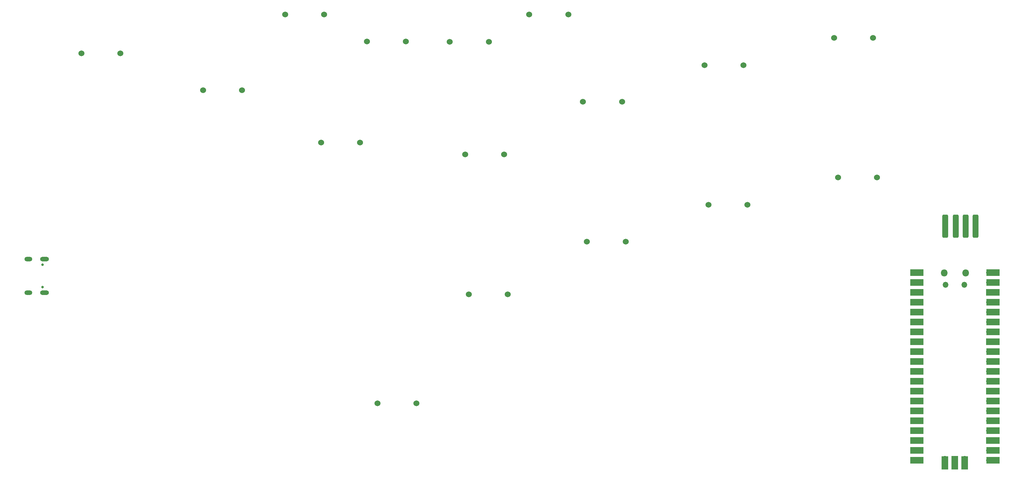
<source format=gbr>
%TF.GenerationSoftware,KiCad,Pcbnew,8.0.8*%
%TF.CreationDate,2025-02-16T17:42:49-08:00*%
%TF.ProjectId,MainBoard_RP2040,4d61696e-426f-4617-9264-5f5250323034,rev?*%
%TF.SameCoordinates,Original*%
%TF.FileFunction,Soldermask,Top*%
%TF.FilePolarity,Negative*%
%FSLAX46Y46*%
G04 Gerber Fmt 4.6, Leading zero omitted, Abs format (unit mm)*
G04 Created by KiCad (PCBNEW 8.0.8) date 2025-02-16 17:42:49*
%MOMM*%
%LPD*%
G01*
G04 APERTURE LIST*
G04 Aperture macros list*
%AMRoundRect*
0 Rectangle with rounded corners*
0 $1 Rounding radius*
0 $2 $3 $4 $5 $6 $7 $8 $9 X,Y pos of 4 corners*
0 Add a 4 corners polygon primitive as box body*
4,1,4,$2,$3,$4,$5,$6,$7,$8,$9,$2,$3,0*
0 Add four circle primitives for the rounded corners*
1,1,$1+$1,$2,$3*
1,1,$1+$1,$4,$5*
1,1,$1+$1,$6,$7*
1,1,$1+$1,$8,$9*
0 Add four rect primitives between the rounded corners*
20,1,$1+$1,$2,$3,$4,$5,0*
20,1,$1+$1,$4,$5,$6,$7,0*
20,1,$1+$1,$6,$7,$8,$9,0*
20,1,$1+$1,$8,$9,$2,$3,0*%
G04 Aperture macros list end*
%ADD10C,1.530000*%
%ADD11O,1.800000X1.800000*%
%ADD12O,1.500000X1.500000*%
%ADD13O,1.700000X1.700000*%
%ADD14R,3.500000X1.700000*%
%ADD15R,1.700000X1.700000*%
%ADD16R,1.700000X3.500000*%
%ADD17RoundRect,0.381000X0.381000X-2.619000X0.381000X2.619000X-0.381000X2.619000X-0.381000X-2.619000X0*%
%ADD18C,0.650000*%
%ADD19O,2.304000X1.204000*%
%ADD20O,2.004000X1.204000*%
G04 APERTURE END LIST*
D10*
%TO.C,U31*%
X196700000Y-43050002D03*
X206700000Y-43050002D03*
%TD*%
%TO.C,U29*%
X165500000Y-52500003D03*
X175500000Y-52500003D03*
%TD*%
%TO.C,U23*%
X151700000Y-30000000D03*
X161700000Y-30000000D03*
%TD*%
%TO.C,U35*%
X166500000Y-88450001D03*
X176500000Y-88450001D03*
%TD*%
%TO.C,U30*%
X197700000Y-79000000D03*
X207700000Y-79000000D03*
%TD*%
%TO.C,U27*%
X131300000Y-37050002D03*
X141300000Y-37050002D03*
%TD*%
%TO.C,U22*%
X110000000Y-37000000D03*
X120000000Y-37000000D03*
%TD*%
D11*
%TO.C,U37*%
X258275000Y-96500000D03*
D12*
X258575000Y-99530000D03*
X263425000Y-99530000D03*
D11*
X263725000Y-96500000D03*
D13*
X252110000Y-96370000D03*
D14*
X251210000Y-96370000D03*
D13*
X252110000Y-98910000D03*
D14*
X251210000Y-98910000D03*
D15*
X252110000Y-101450000D03*
D14*
X251210000Y-101450000D03*
D13*
X252110000Y-103990000D03*
D14*
X251210000Y-103990000D03*
D13*
X252110000Y-106530000D03*
D14*
X251210000Y-106530000D03*
D13*
X252110000Y-109070000D03*
D14*
X251210000Y-109070000D03*
D13*
X252110000Y-111610000D03*
D14*
X251210000Y-111610000D03*
D15*
X252110000Y-114150000D03*
D14*
X251210000Y-114150000D03*
D13*
X252110000Y-116690000D03*
D14*
X251210000Y-116690000D03*
D13*
X252110000Y-119230000D03*
D14*
X251210000Y-119230000D03*
D13*
X252110000Y-121770000D03*
D14*
X251210000Y-121770000D03*
D13*
X252110000Y-124310000D03*
D14*
X251210000Y-124310000D03*
D15*
X252110000Y-126850000D03*
D14*
X251210000Y-126850000D03*
D13*
X252110000Y-129390000D03*
D14*
X251210000Y-129390000D03*
D13*
X252110000Y-131930000D03*
D14*
X251210000Y-131930000D03*
D13*
X252110000Y-134470000D03*
D14*
X251210000Y-134470000D03*
D13*
X252110000Y-137010000D03*
D14*
X251210000Y-137010000D03*
D15*
X252110000Y-139550000D03*
D14*
X251210000Y-139550000D03*
D13*
X252110000Y-142090000D03*
D14*
X251210000Y-142090000D03*
D13*
X252110000Y-144630000D03*
D14*
X251210000Y-144630000D03*
D13*
X269890000Y-144630000D03*
D14*
X270790000Y-144630000D03*
D13*
X269890000Y-142090000D03*
D14*
X270790000Y-142090000D03*
D15*
X269890000Y-139550000D03*
D14*
X270790000Y-139550000D03*
D13*
X269890000Y-137010000D03*
D14*
X270790000Y-137010000D03*
D13*
X269890000Y-134470000D03*
D14*
X270790000Y-134470000D03*
D13*
X269890000Y-131930000D03*
D14*
X270790000Y-131930000D03*
D13*
X269890000Y-129390000D03*
D14*
X270790000Y-129390000D03*
D15*
X269890000Y-126850000D03*
D14*
X270790000Y-126850000D03*
D13*
X269890000Y-124310000D03*
D14*
X270790000Y-124310000D03*
D13*
X269890000Y-121770000D03*
D14*
X270790000Y-121770000D03*
D13*
X269890000Y-119230000D03*
D14*
X270790000Y-119230000D03*
D13*
X269890000Y-116690000D03*
D14*
X270790000Y-116690000D03*
D15*
X269890000Y-114150000D03*
D14*
X270790000Y-114150000D03*
D13*
X269890000Y-111610000D03*
D14*
X270790000Y-111610000D03*
D13*
X269890000Y-109070000D03*
D14*
X270790000Y-109070000D03*
D13*
X269890000Y-106530000D03*
D14*
X270790000Y-106530000D03*
D13*
X269890000Y-103990000D03*
D14*
X270790000Y-103990000D03*
D15*
X269890000Y-101450000D03*
D14*
X270790000Y-101450000D03*
D13*
X269890000Y-98910000D03*
D14*
X270790000Y-98910000D03*
D13*
X269890000Y-96370000D03*
D14*
X270790000Y-96370000D03*
D13*
X258460000Y-144400000D03*
D16*
X258460000Y-145300000D03*
D15*
X261000000Y-144400000D03*
D16*
X261000000Y-145300000D03*
D13*
X263540000Y-144400000D03*
D16*
X263540000Y-145300000D03*
%TD*%
D10*
%TO.C,U21*%
X89000000Y-30000000D03*
X99000000Y-30000000D03*
%TD*%
%TO.C,U26*%
X231000000Y-71950001D03*
X241000000Y-71950001D03*
%TD*%
%TO.C,U2*%
X36700000Y-40050002D03*
X46700000Y-40050002D03*
%TD*%
%TO.C,U24*%
X67900000Y-49500003D03*
X77900000Y-49500003D03*
%TD*%
%TO.C,U33*%
X112700000Y-130000000D03*
X122700000Y-130000000D03*
%TD*%
%TO.C,U32*%
X135200000Y-66000000D03*
X145200000Y-66000000D03*
%TD*%
D17*
%TO.C,U1*%
X258500000Y-84500000D03*
X261200000Y-84500000D03*
X263800000Y-84500000D03*
X266300000Y-84500000D03*
%TD*%
D10*
%TO.C,U25*%
X230000000Y-36000003D03*
X240000000Y-36000003D03*
%TD*%
%TO.C,U28*%
X98200000Y-63000000D03*
X108200000Y-63000000D03*
%TD*%
%TO.C,U34*%
X136200000Y-101949998D03*
X146200000Y-101949998D03*
%TD*%
D18*
%TO.C,J1*%
X26720000Y-100130000D03*
X26720000Y-94350000D03*
D19*
X27220000Y-101560000D03*
X27220000Y-92920000D03*
D20*
X23040000Y-101560000D03*
X23040000Y-92920000D03*
%TD*%
M02*

</source>
